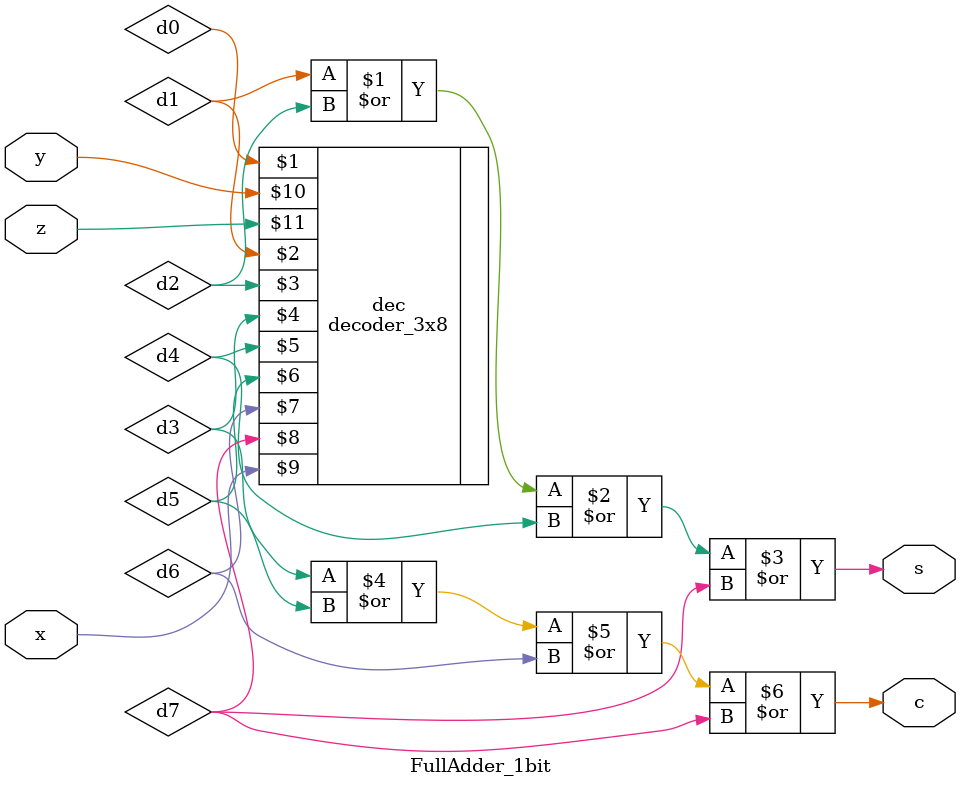
<source format=v>
`include "\decoder_3x8.v"
module FullAdder_1bit(s, c, x, y, z);
	input x,y,z;
	wire d0,d1,d2,d3,d4,d5,d6,d7;
	output s,c;
	
	decoder_3x8 dec(d0,d1,d2,d3,d4,d5,d6,d7,x,y,z);
	assign s = d1 | d2 | d4 | d7, c = d3 | d5 | d6 | d7;
	
endmodule
</source>
